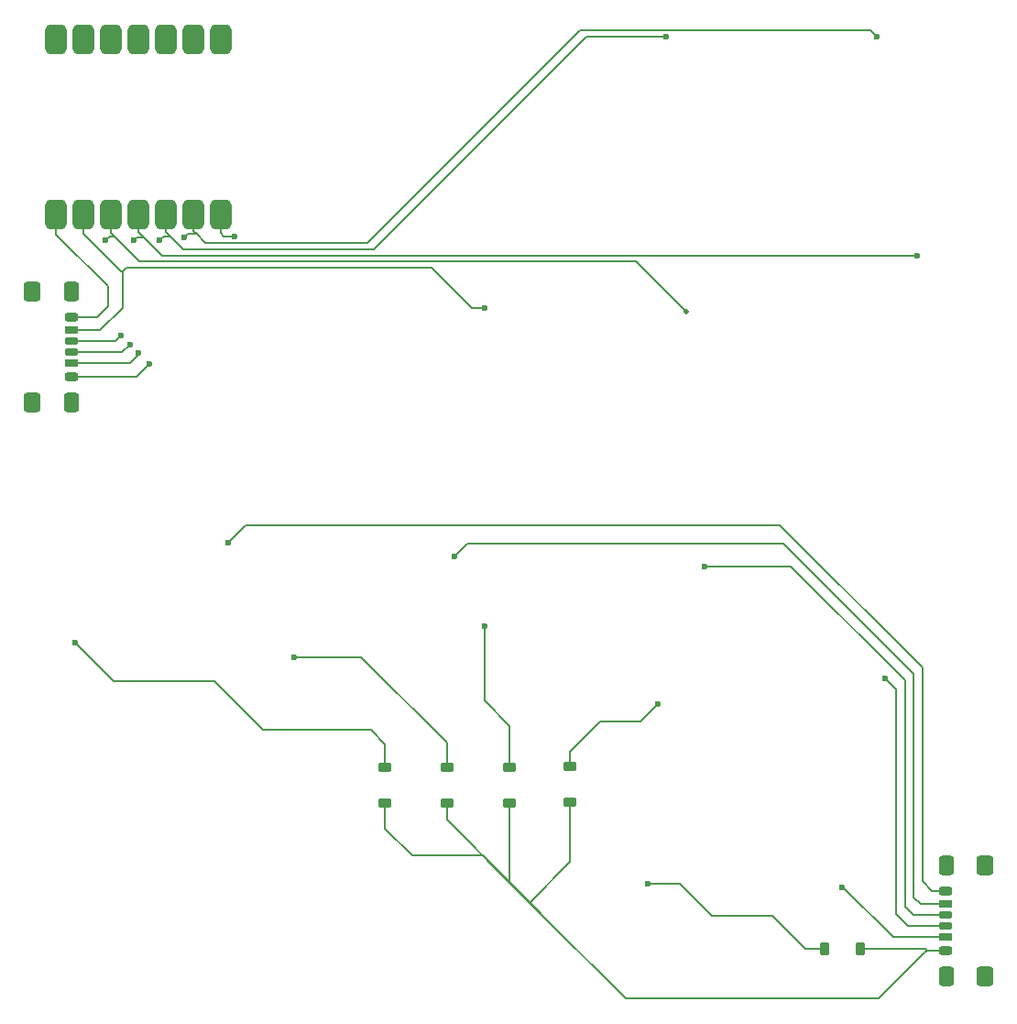
<source format=gbr>
%TF.GenerationSoftware,KiCad,Pcbnew,8.0.5*%
%TF.CreationDate,2024-10-05T22:17:55+10:00*%
%TF.ProjectId,TetrisKeyboard,54657472-6973-44b6-9579-626f6172642e,rev?*%
%TF.SameCoordinates,Original*%
%TF.FileFunction,Copper,L1,Top*%
%TF.FilePolarity,Positive*%
%FSLAX46Y46*%
G04 Gerber Fmt 4.6, Leading zero omitted, Abs format (unit mm)*
G04 Created by KiCad (PCBNEW 8.0.5) date 2024-10-05 22:17:55*
%MOMM*%
%LPD*%
G01*
G04 APERTURE LIST*
G04 Aperture macros list*
%AMRoundRect*
0 Rectangle with rounded corners*
0 $1 Rounding radius*
0 $2 $3 $4 $5 $6 $7 $8 $9 X,Y pos of 4 corners*
0 Add a 4 corners polygon primitive as box body*
4,1,4,$2,$3,$4,$5,$6,$7,$8,$9,$2,$3,0*
0 Add four circle primitives for the rounded corners*
1,1,$1+$1,$2,$3*
1,1,$1+$1,$4,$5*
1,1,$1+$1,$6,$7*
1,1,$1+$1,$8,$9*
0 Add four rect primitives between the rounded corners*
20,1,$1+$1,$2,$3,$4,$5,0*
20,1,$1+$1,$4,$5,$6,$7,0*
20,1,$1+$1,$6,$7,$8,$9,0*
20,1,$1+$1,$8,$9,$2,$3,0*%
G04 Aperture macros list end*
%TA.AperFunction,SMDPad,CuDef*%
%ADD10RoundRect,0.175000X-0.425000X0.175000X-0.425000X-0.175000X0.425000X-0.175000X0.425000X0.175000X0*%
%TD*%
%TA.AperFunction,SMDPad,CuDef*%
%ADD11RoundRect,0.190000X0.410000X-0.190000X0.410000X0.190000X-0.410000X0.190000X-0.410000X-0.190000X0*%
%TD*%
%TA.AperFunction,SMDPad,CuDef*%
%ADD12RoundRect,0.200000X0.400000X-0.200000X0.400000X0.200000X-0.400000X0.200000X-0.400000X-0.200000X0*%
%TD*%
%TA.AperFunction,SMDPad,CuDef*%
%ADD13RoundRect,0.175000X0.425000X-0.175000X0.425000X0.175000X-0.425000X0.175000X-0.425000X-0.175000X0*%
%TD*%
%TA.AperFunction,SMDPad,CuDef*%
%ADD14RoundRect,0.190000X-0.410000X0.190000X-0.410000X-0.190000X0.410000X-0.190000X0.410000X0.190000X0*%
%TD*%
%TA.AperFunction,SMDPad,CuDef*%
%ADD15RoundRect,0.200000X-0.400000X0.200000X-0.400000X-0.200000X0.400000X-0.200000X0.400000X0.200000X0*%
%TD*%
%TA.AperFunction,SMDPad,CuDef*%
%ADD16RoundRect,0.250000X-0.425000X0.650000X-0.425000X-0.650000X0.425000X-0.650000X0.425000X0.650000X0*%
%TD*%
%TA.AperFunction,SMDPad,CuDef*%
%ADD17RoundRect,0.250000X-0.500000X0.650000X-0.500000X-0.650000X0.500000X-0.650000X0.500000X0.650000X0*%
%TD*%
%TA.AperFunction,SMDPad,CuDef*%
%ADD18RoundRect,0.225000X0.375000X-0.225000X0.375000X0.225000X-0.375000X0.225000X-0.375000X-0.225000X0*%
%TD*%
%TA.AperFunction,SMDPad,CuDef*%
%ADD19RoundRect,0.225000X0.225000X0.375000X-0.225000X0.375000X-0.225000X-0.375000X0.225000X-0.375000X0*%
%TD*%
%TA.AperFunction,SMDPad,CuDef*%
%ADD20RoundRect,0.250000X0.425000X-0.650000X0.425000X0.650000X-0.425000X0.650000X-0.425000X-0.650000X0*%
%TD*%
%TA.AperFunction,SMDPad,CuDef*%
%ADD21RoundRect,0.250000X0.500000X-0.650000X0.500000X0.650000X-0.500000X0.650000X-0.500000X-0.650000X0*%
%TD*%
%TA.AperFunction,SMDPad,CuDef*%
%ADD22RoundRect,0.500000X0.500000X-0.875000X0.500000X0.875000X-0.500000X0.875000X-0.500000X-0.875000X0*%
%TD*%
%TA.AperFunction,ViaPad*%
%ADD23C,0.600000*%
%TD*%
%TA.AperFunction,ViaPad*%
%ADD24C,0.500000*%
%TD*%
%TA.AperFunction,Conductor*%
%ADD25C,0.200000*%
%TD*%
G04 APERTURE END LIST*
D10*
%TO.P,USB_C,A5*%
%TO.N,Col2*%
X28232500Y-65700000D03*
D11*
%TO.P,USB_C,A9*%
%TO.N,Col4*%
X28232500Y-67720000D03*
D12*
%TO.P,USB_C,A12*%
%TO.N,Col5*%
X28232500Y-68950000D03*
D13*
%TO.P,USB_C,B5*%
%TO.N,Col3*%
X28232500Y-66700000D03*
D14*
%TO.P,USB_C,B9*%
%TO.N,Col1*%
X28232500Y-64680000D03*
D15*
%TO.P,USB_C,B12*%
%TO.N,Row2*%
X28232500Y-63450000D03*
D16*
%TO.P,USB_C,S1*%
%TO.N,N/C*%
X28177500Y-61075000D03*
D17*
X24597500Y-61075000D03*
D16*
X28177500Y-71325000D03*
D17*
X24597500Y-71325000D03*
%TD*%
D18*
%TO.P,D8,1*%
%TO.N,Row2-B*%
X68700000Y-108350000D03*
%TO.P,D8,2*%
X68700000Y-105050000D03*
%TD*%
%TO.P,D7,1*%
%TO.N,Row2-B*%
X62900000Y-108350000D03*
%TO.P,D7,2*%
X62900000Y-105050000D03*
%TD*%
D19*
%TO.P,D10,1*%
%TO.N,Row2-B*%
X101150000Y-121800000D03*
%TO.P,D10,2*%
X97850000Y-121800000D03*
%TD*%
D18*
%TO.P,D9,1*%
%TO.N,Row2-B*%
X57200000Y-108350000D03*
%TO.P,D9,2*%
X57200000Y-105050000D03*
%TD*%
D13*
%TO.P,USB_C,A5*%
%TO.N,Col2-B*%
X109017500Y-119700000D03*
D14*
%TO.P,USB_C,A9*%
%TO.N,Col4-B*%
X109017500Y-117680000D03*
D15*
%TO.P,USB_C,A12*%
%TO.N,Col5-B*%
X109017500Y-116450000D03*
D10*
%TO.P,USB_C,B5*%
%TO.N,Col3-B*%
X109017500Y-118700000D03*
D11*
%TO.P,USB_C,B9*%
%TO.N,Col1-B*%
X109017500Y-120720000D03*
D12*
%TO.P,USB_C,B12*%
%TO.N,Row2-B*%
X109017500Y-121950000D03*
D20*
%TO.P,USB_C,S1*%
%TO.N,N/C*%
X109072500Y-124325000D03*
D21*
X112652500Y-124325000D03*
D20*
X109072500Y-114075000D03*
D21*
X112652500Y-114075000D03*
%TD*%
D18*
%TO.P,D6,1*%
%TO.N,Row2-B*%
X74300000Y-108250000D03*
%TO.P,D6,2*%
X74300000Y-104950000D03*
%TD*%
D22*
%TO.P,Seed XIAO RP2040,1*%
%TO.N,Row2*%
X26780000Y-53965000D03*
%TO.P,Seed XIAO RP2040,2*%
%TO.N,Col1*%
X29320000Y-53965000D03*
%TO.P,Seed XIAO RP2040,3*%
%TO.N,Col2*%
X31860000Y-53965000D03*
%TO.P,Seed XIAO RP2040,4*%
%TO.N,Col3*%
X34400000Y-53965000D03*
%TO.P,Seed XIAO RP2040,5*%
%TO.N,Col4*%
X36940000Y-53965000D03*
%TO.P,Seed XIAO RP2040,6*%
%TO.N,Col5*%
X39480000Y-53965000D03*
%TO.P,Seed XIAO RP2040,7*%
%TO.N,Row1*%
X42020000Y-53965000D03*
%TO.P,Seed XIAO RP2040,8*%
%TO.N,N/C*%
X42020000Y-37800000D03*
%TO.P,Seed XIAO RP2040,9*%
X39480000Y-37800000D03*
%TO.P,Seed XIAO RP2040,10*%
X36940000Y-37800000D03*
%TO.P,Seed XIAO RP2040,11*%
X34400000Y-37800000D03*
%TO.P,Seed XIAO RP2040,12*%
X31860000Y-37800000D03*
%TO.P,Seed XIAO RP2040,13*%
X29320000Y-37800000D03*
%TO.P,Seed XIAO RP2040,14*%
X26780000Y-37800000D03*
%TD*%
D23*
%TO.N,Col5*%
X102600000Y-37600000D03*
X35400000Y-67800000D03*
X38630000Y-56130000D03*
%TO.N,Col4*%
X36360000Y-56400000D03*
X34400000Y-66800000D03*
X83200000Y-37600000D03*
%TO.N,Col2*%
X31360000Y-56400000D03*
D24*
X85000000Y-63000000D03*
D23*
X32800000Y-65200000D03*
%TO.N,Col3*%
X33960000Y-56400000D03*
X106400000Y-57800000D03*
X33600000Y-66000000D03*
%TO.N,Col1*%
X66400000Y-62600000D03*
%TO.N,Row1*%
X43300000Y-56000000D03*
%TO.N,Col5-B*%
X42700000Y-84300000D03*
%TO.N,Col4-B*%
X63600000Y-85600000D03*
%TO.N,Col3-B*%
X86700000Y-86500000D03*
%TO.N,Col1-B*%
X99380000Y-116120000D03*
%TO.N,Col2-B*%
X103400000Y-96800000D03*
%TO.N,Row2-B*%
X66390000Y-92000000D03*
X48800000Y-94900000D03*
X81500000Y-115800000D03*
X28550000Y-93550000D03*
X82400000Y-99200000D03*
%TD*%
D25*
%TO.N,Col5*%
X38960000Y-55800000D02*
X39800000Y-55800000D01*
X38630000Y-56130000D02*
X38960000Y-55800000D01*
X39480000Y-55480000D02*
X39800000Y-55800000D01*
X55560000Y-56600000D02*
X40600000Y-56600000D01*
X39480000Y-53965000D02*
X39480000Y-55480000D01*
X40600000Y-56600000D02*
X39800000Y-55800000D01*
X75160000Y-37000000D02*
X55560000Y-56600000D01*
X34200000Y-69000000D02*
X28282500Y-69000000D01*
X35400000Y-67800000D02*
X34200000Y-69000000D01*
X102600000Y-37600000D02*
X102000000Y-37000000D01*
X102000000Y-37000000D02*
X75160000Y-37000000D01*
%TO.N,Col4*%
X34455736Y-66855736D02*
X33591472Y-67720000D01*
X33591472Y-67720000D02*
X28232500Y-67720000D01*
X36760000Y-56000000D02*
X37360000Y-56000000D01*
X34400000Y-66800000D02*
X34455736Y-66855736D01*
X75760000Y-37600000D02*
X83200000Y-37600000D01*
X36940000Y-53965000D02*
X36940000Y-55580000D01*
X56160000Y-57200000D02*
X75760000Y-37600000D01*
X36940000Y-55580000D02*
X37360000Y-56000000D01*
X38560000Y-57200000D02*
X56160000Y-57200000D01*
X36360000Y-56400000D02*
X36760000Y-56000000D01*
X37360000Y-56000000D02*
X38560000Y-57200000D01*
%TO.N,Col2*%
X32160000Y-56000000D02*
X34506000Y-58346000D01*
X34506000Y-58346000D02*
X80346000Y-58346000D01*
X31860000Y-53965000D02*
X31860000Y-55700000D01*
X31760000Y-56000000D02*
X31360000Y-56400000D01*
X80346000Y-58346000D02*
X85000000Y-63000000D01*
X31860000Y-55700000D02*
X32160000Y-56000000D01*
X32800000Y-65200000D02*
X32300000Y-65700000D01*
X32300000Y-65700000D02*
X28232500Y-65700000D01*
X32160000Y-56000000D02*
X31760000Y-56000000D01*
%TO.N,Col3*%
X106400000Y-57800000D02*
X36560000Y-57800000D01*
X34400000Y-53965000D02*
X34400000Y-55640000D01*
X33960000Y-56400000D02*
X34260000Y-56100000D01*
X34260000Y-56100000D02*
X34860000Y-56100000D01*
X33600000Y-66000000D02*
X32900000Y-66700000D01*
X36560000Y-57800000D02*
X34860000Y-56100000D01*
X34400000Y-55640000D02*
X34860000Y-56100000D01*
X32900000Y-66700000D02*
X28232500Y-66700000D01*
%TO.N,Col1*%
X29320000Y-55760000D02*
X32760000Y-59200000D01*
X33260000Y-58900000D02*
X32960000Y-59200000D01*
X61500000Y-58900000D02*
X33260000Y-58900000D01*
X32960000Y-62595148D02*
X30875148Y-64680000D01*
X29320000Y-53965000D02*
X29320000Y-55760000D01*
X65200000Y-62600000D02*
X61500000Y-58900000D01*
X66400000Y-62600000D02*
X65200000Y-62600000D01*
X32960000Y-59200000D02*
X32960000Y-62595148D01*
X32760000Y-59200000D02*
X32960000Y-59200000D01*
X30875148Y-64680000D02*
X28232500Y-64680000D01*
%TO.N,Row2*%
X31560000Y-62440000D02*
X30550000Y-63450000D01*
X31560000Y-60600000D02*
X31560000Y-62440000D01*
X30550000Y-63450000D02*
X28232500Y-63450000D01*
X26780000Y-55820000D02*
X31560000Y-60600000D01*
X26780000Y-53965000D02*
X26780000Y-55820000D01*
%TO.N,Row1*%
X42020000Y-55720000D02*
X42020000Y-53965000D01*
X43300000Y-56000000D02*
X42300000Y-56000000D01*
X42300000Y-56000000D02*
X42020000Y-55720000D01*
%TO.N,Col5-B*%
X106830000Y-95830000D02*
X106830000Y-115530000D01*
X44300000Y-82700000D02*
X93700000Y-82700000D01*
X93700000Y-82700000D02*
X106830000Y-95830000D01*
X107750000Y-116450000D02*
X108767500Y-116450000D01*
X106830000Y-115530000D02*
X107750000Y-116450000D01*
X42700000Y-84300000D02*
X44300000Y-82700000D01*
%TO.N,Col4-B*%
X106030000Y-96430000D02*
X106030000Y-117030000D01*
X94000000Y-84400000D02*
X106030000Y-96430000D01*
X106680000Y-117680000D02*
X109017500Y-117680000D01*
X106030000Y-117030000D02*
X106680000Y-117680000D01*
X63600000Y-85600000D02*
X64800000Y-84400000D01*
X64800000Y-84400000D02*
X94000000Y-84400000D01*
%TO.N,Col3-B*%
X94700000Y-86500000D02*
X105230000Y-97030000D01*
X86700000Y-86500000D02*
X94700000Y-86500000D01*
X106000000Y-118700000D02*
X109017500Y-118700000D01*
X105230000Y-117930000D02*
X106000000Y-118700000D01*
X105230000Y-97030000D02*
X105230000Y-117930000D01*
%TO.N,Col1-B*%
X99380000Y-116120000D02*
X99520000Y-116120000D01*
X99520000Y-116120000D02*
X104120000Y-120720000D01*
X104120000Y-120720000D02*
X109017500Y-120720000D01*
%TO.N,Col2-B*%
X103400000Y-96800000D02*
X104430000Y-97830000D01*
X104430000Y-118630000D02*
X105500000Y-119700000D01*
X105500000Y-119700000D02*
X109017500Y-119700000D01*
X104430000Y-97830000D02*
X104430000Y-118630000D01*
%TO.N,Row2-B*%
X57200000Y-108350000D02*
X57200000Y-110700000D01*
X32100000Y-97100000D02*
X41400000Y-97100000D01*
X66200000Y-113200000D02*
X71550000Y-118550000D01*
X59700000Y-113200000D02*
X66200000Y-113200000D01*
X68700000Y-115700000D02*
X69350000Y-116350000D01*
X93000000Y-118800000D02*
X96000000Y-121800000D01*
X57200000Y-102900000D02*
X57200000Y-105050000D01*
X69350000Y-116350000D02*
X62900000Y-109900000D01*
X55900000Y-101600000D02*
X57200000Y-102900000D01*
X74300000Y-108250000D02*
X74300000Y-113800000D01*
X71500000Y-118500000D02*
X79400000Y-126400000D01*
X28550000Y-93550000D02*
X32100000Y-97100000D01*
X84400000Y-115800000D02*
X87400000Y-118800000D01*
X96000000Y-121800000D02*
X97850000Y-121800000D01*
X101150000Y-121800000D02*
X107100000Y-121800000D01*
X71550000Y-118550000D02*
X71500000Y-118500000D01*
X107250000Y-121950000D02*
X109017500Y-121950000D01*
X107100000Y-121800000D02*
X107250000Y-121950000D01*
X79400000Y-126400000D02*
X102800000Y-126400000D01*
X62900000Y-109900000D02*
X62900000Y-108350000D01*
X81500000Y-115800000D02*
X84400000Y-115800000D01*
X77100000Y-100800000D02*
X74300000Y-103600000D01*
X68700000Y-108350000D02*
X68700000Y-115700000D01*
X82400000Y-99200000D02*
X80800000Y-100800000D01*
X102800000Y-126400000D02*
X107050000Y-122150000D01*
X66390000Y-92000000D02*
X66390000Y-98890000D01*
X66390000Y-98890000D02*
X68700000Y-101200000D01*
X48800000Y-94900000D02*
X55000000Y-94900000D01*
X55000000Y-94900000D02*
X62900000Y-102800000D01*
X41400000Y-97100000D02*
X45900000Y-101600000D01*
X87400000Y-118800000D02*
X93000000Y-118800000D01*
X68700000Y-101200000D02*
X68700000Y-105050000D01*
X74300000Y-113800000D02*
X70550000Y-117550000D01*
X62900000Y-102800000D02*
X62900000Y-105050000D01*
X70550000Y-117550000D02*
X71500000Y-118500000D01*
X45900000Y-101600000D02*
X55900000Y-101600000D01*
X74300000Y-103600000D02*
X74300000Y-104950000D01*
X71500000Y-118500000D02*
X69350000Y-116350000D01*
X57200000Y-110700000D02*
X59700000Y-113200000D01*
X80800000Y-100800000D02*
X77100000Y-100800000D01*
X107050000Y-122150000D02*
X107250000Y-121950000D01*
%TD*%
M02*

</source>
